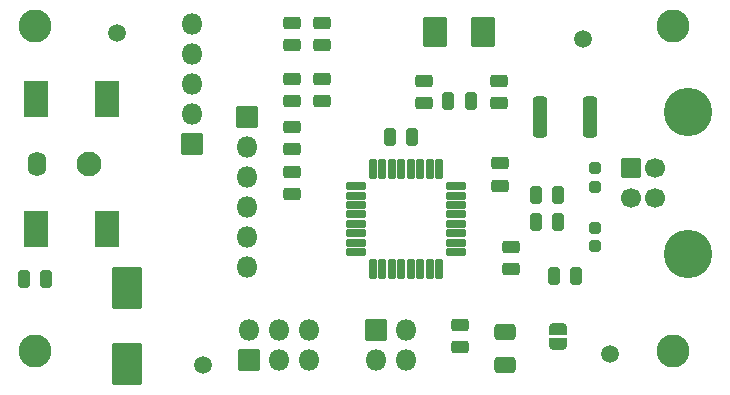
<source format=gbr>
%TF.GenerationSoftware,KiCad,Pcbnew,6.0.9+dfsg-1~bpo11+1*%
%TF.CreationDate,2022-12-04T00:02:59+00:00*%
%TF.ProjectId,t1,74312e6b-6963-4616-945f-706362585858,${git_hash}*%
%TF.SameCoordinates,Original*%
%TF.FileFunction,Soldermask,Top*%
%TF.FilePolarity,Negative*%
%FSLAX46Y46*%
G04 Gerber Fmt 4.6, Leading zero omitted, Abs format (unit mm)*
G04 Created by KiCad (PCBNEW 6.0.9+dfsg-1~bpo11+1) date 2022-12-04 00:02:59*
%MOMM*%
%LPD*%
G01*
G04 APERTURE LIST*
G04 Aperture macros list*
%AMRoundRect*
0 Rectangle with rounded corners*
0 $1 Rounding radius*
0 $2 $3 $4 $5 $6 $7 $8 $9 X,Y pos of 4 corners*
0 Add a 4 corners polygon primitive as box body*
4,1,4,$2,$3,$4,$5,$6,$7,$8,$9,$2,$3,0*
0 Add four circle primitives for the rounded corners*
1,1,$1+$1,$2,$3*
1,1,$1+$1,$4,$5*
1,1,$1+$1,$6,$7*
1,1,$1+$1,$8,$9*
0 Add four rect primitives between the rounded corners*
20,1,$1+$1,$2,$3,$4,$5,0*
20,1,$1+$1,$4,$5,$6,$7,0*
20,1,$1+$1,$6,$7,$8,$9,0*
20,1,$1+$1,$8,$9,$2,$3,0*%
%AMFreePoly0*
4,1,37,0.535355,0.785355,0.550000,0.750000,0.550000,-0.750000,0.535355,-0.785355,0.500000,-0.800000,0.000000,-0.800000,-0.012524,-0.794812,-0.080857,-0.793560,-0.094851,-0.791293,-0.230166,-0.749018,-0.242962,-0.742915,-0.360972,-0.664360,-0.371540,-0.654911,-0.462760,-0.546392,-0.470252,-0.534356,-0.527347,-0.404597,-0.531159,-0.390943,-0.548742,-0.256483,-0.547388,-0.256306,-0.550000,-0.250000,
-0.550000,0.250000,-0.549522,0.251153,-0.549368,0.263802,-0.527557,0.403879,-0.523412,0.417435,-0.463164,0.545760,-0.455381,0.557609,-0.361537,0.663867,-0.350741,0.673055,-0.230846,0.748703,-0.217905,0.754492,-0.081598,0.793449,-0.067552,0.795373,-0.011991,0.795033,0.000000,0.800000,0.500000,0.800000,0.535355,0.785355,0.535355,0.785355,$1*%
%AMFreePoly1*
4,1,37,0.012350,0.794884,0.074210,0.794507,0.088231,0.792412,0.224052,0.751793,0.236921,0.745846,0.355883,0.668739,0.366566,0.659420,0.459104,0.552023,0.466742,0.540080,0.525419,0.411028,0.529398,0.397421,0.549495,0.257088,0.550000,0.250000,0.550000,-0.250000,0.549996,-0.250610,0.549847,-0.262826,0.549158,-0.270511,0.525638,-0.410312,0.521328,-0.423818,0.459516,-0.551397,
0.451589,-0.563150,0.356454,-0.668254,0.345546,-0.677309,0.224736,-0.751486,0.211726,-0.757116,0.074953,-0.794405,0.060885,-0.796158,0.011462,-0.795252,0.000000,-0.800000,-0.500000,-0.800000,-0.535355,-0.785355,-0.550000,-0.750000,-0.550000,0.750000,-0.535355,0.785355,-0.500000,0.800000,0.000000,0.800000,0.012350,0.794884,0.012350,0.794884,$1*%
G04 Aperture macros list end*
%ADD10RoundRect,0.300000X-1.000000X1.500000X-1.000000X-1.500000X1.000000X-1.500000X1.000000X1.500000X0*%
%ADD11RoundRect,0.293750X-0.243750X-0.456250X0.243750X-0.456250X0.243750X0.456250X-0.243750X0.456250X0*%
%ADD12RoundRect,0.293750X-0.456250X0.243750X-0.456250X-0.243750X0.456250X-0.243750X0.456250X0.243750X0*%
%ADD13RoundRect,0.293750X0.456250X-0.243750X0.456250X0.243750X-0.456250X0.243750X-0.456250X-0.243750X0*%
%ADD14RoundRect,0.300000X0.625000X-0.375000X0.625000X0.375000X-0.625000X0.375000X-0.625000X-0.375000X0*%
%ADD15RoundRect,0.300000X-0.312500X-1.450000X0.312500X-1.450000X0.312500X1.450000X-0.312500X1.450000X0*%
%ADD16RoundRect,0.293750X0.243750X0.456250X-0.243750X0.456250X-0.243750X-0.456250X0.243750X-0.456250X0*%
%ADD17C,1.500000*%
%ADD18C,2.800000*%
%ADD19C,2.100000*%
%ADD20O,1.600000X2.100000*%
%ADD21RoundRect,0.050000X1.000000X-1.500000X1.000000X1.500000X-1.000000X1.500000X-1.000000X-1.500000X0*%
%ADD22RoundRect,0.050000X0.850000X0.850000X-0.850000X0.850000X-0.850000X-0.850000X0.850000X-0.850000X0*%
%ADD23O,1.800000X1.800000*%
%ADD24RoundRect,0.050000X-0.850000X-0.850000X0.850000X-0.850000X0.850000X0.850000X-0.850000X0.850000X0*%
%ADD25RoundRect,0.050000X0.850000X-0.850000X0.850000X0.850000X-0.850000X0.850000X-0.850000X-0.850000X0*%
%ADD26FreePoly0,270.000000*%
%ADD27FreePoly1,270.000000*%
%ADD28RoundRect,0.268750X-0.256250X0.218750X-0.256250X-0.218750X0.256250X-0.218750X0.256250X0.218750X0*%
%ADD29RoundRect,0.050000X0.950000X1.200000X-0.950000X1.200000X-0.950000X-1.200000X0.950000X-1.200000X0*%
%ADD30RoundRect,0.050000X0.800000X-0.800000X0.800000X0.800000X-0.800000X0.800000X-0.800000X-0.800000X0*%
%ADD31C,1.700000*%
%ADD32C,4.100000*%
%ADD33RoundRect,0.050000X-0.275000X0.800000X-0.275000X-0.800000X0.275000X-0.800000X0.275000X0.800000X0*%
%ADD34RoundRect,0.050000X-0.800000X-0.275000X0.800000X-0.275000X0.800000X0.275000X-0.800000X0.275000X0*%
%ADD35RoundRect,0.268750X0.256250X-0.218750X0.256250X0.218750X-0.256250X0.218750X-0.256250X-0.218750X0*%
G04 APERTURE END LIST*
D10*
%TO.C,C1*%
X130835400Y-91644400D03*
X130835400Y-98144400D03*
%TD*%
D11*
%TO.C,C2*%
X122062500Y-90900000D03*
X123937500Y-90900000D03*
%TD*%
D12*
%TO.C,C3*%
X162260000Y-74178500D03*
X162260000Y-76053500D03*
%TD*%
%TO.C,C4*%
X155910000Y-74178500D03*
X155910000Y-76053500D03*
%TD*%
%TO.C,C5*%
X163322000Y-88216500D03*
X163322000Y-90091500D03*
%TD*%
D11*
%TO.C,C7*%
X153037300Y-78867000D03*
X154912300Y-78867000D03*
%TD*%
D13*
%TO.C,C8*%
X144754600Y-79906100D03*
X144754600Y-78031100D03*
%TD*%
D14*
%TO.C,D1*%
X162814000Y-98174000D03*
X162814000Y-95374000D03*
%TD*%
D13*
%TO.C,D2*%
X147320000Y-75887500D03*
X147320000Y-74012500D03*
%TD*%
%TO.C,D3*%
X144780000Y-75887500D03*
X144780000Y-74012500D03*
%TD*%
D15*
%TO.C,F1*%
X165756500Y-77216000D03*
X170031500Y-77216000D03*
%TD*%
D16*
%TO.C,FB1*%
X168831500Y-90678000D03*
X166956500Y-90678000D03*
%TD*%
D17*
%TO.C,FID1*%
X169418000Y-70612000D03*
%TD*%
%TO.C,FID2*%
X171704000Y-97282000D03*
%TD*%
%TO.C,FID3*%
X129997200Y-70078600D03*
%TD*%
%TO.C,FID4*%
X137210800Y-98171000D03*
%TD*%
D18*
%TO.C,H1*%
X177000000Y-97000000D03*
%TD*%
%TO.C,H2*%
X123000000Y-97000000D03*
%TD*%
%TO.C,H3*%
X123000000Y-69500000D03*
%TD*%
%TO.C,H4*%
X177000000Y-69500000D03*
%TD*%
D19*
%TO.C,J1*%
X127600000Y-81200000D03*
D20*
X123200000Y-81200000D03*
D21*
X123100000Y-75700000D03*
X129100000Y-75700000D03*
X129100000Y-86700000D03*
X123100000Y-86700000D03*
%TD*%
D22*
%TO.C,J3*%
X136300000Y-79500000D03*
D23*
X136300000Y-76960000D03*
X136300000Y-74420000D03*
X136300000Y-71880000D03*
X136300000Y-69340000D03*
%TD*%
D24*
%TO.C,J4*%
X151892000Y-95250000D03*
D23*
X154432000Y-95250000D03*
X151892000Y-97790000D03*
X154432000Y-97790000D03*
%TD*%
D25*
%TO.C,J5*%
X141122400Y-97764600D03*
D23*
X141122400Y-95224600D03*
X143662400Y-97764600D03*
X143662400Y-95224600D03*
X146202400Y-97764600D03*
X146202400Y-95224600D03*
%TD*%
D24*
%TO.C,J6*%
X140970000Y-77216000D03*
D23*
X140970000Y-79756000D03*
X140970000Y-82296000D03*
X140970000Y-84836000D03*
X140970000Y-87376000D03*
X140970000Y-89916000D03*
%TD*%
D26*
%TO.C,JP1*%
X167259000Y-95133400D03*
D27*
X167259000Y-96433400D03*
%TD*%
D11*
%TO.C,R1*%
X165432500Y-86106000D03*
X167307500Y-86106000D03*
%TD*%
%TO.C,R2*%
X165432500Y-83820000D03*
X167307500Y-83820000D03*
%TD*%
D16*
%TO.C,R3*%
X159895500Y-75878000D03*
X158020500Y-75878000D03*
%TD*%
D13*
%TO.C,R4*%
X159004000Y-96695500D03*
X159004000Y-94820500D03*
%TD*%
D12*
%TO.C,R5*%
X144754600Y-81866500D03*
X144754600Y-83741500D03*
%TD*%
%TO.C,R6*%
X147320000Y-69237300D03*
X147320000Y-71112300D03*
%TD*%
%TO.C,R7*%
X144780000Y-69237300D03*
X144780000Y-71112300D03*
%TD*%
D28*
%TO.C,VR1*%
X170434000Y-86563000D03*
X170434000Y-88138000D03*
%TD*%
D29*
%TO.C,Y1*%
X160977800Y-70027800D03*
X156877800Y-70027800D03*
%TD*%
D30*
%TO.C,J2*%
X173482000Y-81534000D03*
D31*
X173482000Y-84034000D03*
X175482000Y-84034000D03*
X175482000Y-81534000D03*
D32*
X178342000Y-76784000D03*
X178342000Y-88784000D03*
%TD*%
D33*
%TO.C,U1*%
X157232000Y-81602000D03*
X156432000Y-81602000D03*
X155632000Y-81602000D03*
X154832000Y-81602000D03*
X154032000Y-81602000D03*
X153232000Y-81602000D03*
X152432000Y-81602000D03*
X151632000Y-81602000D03*
D34*
X150182000Y-83052000D03*
X150182000Y-83852000D03*
X150182000Y-84652000D03*
X150182000Y-85452000D03*
X150182000Y-86252000D03*
X150182000Y-87052000D03*
X150182000Y-87852000D03*
X150182000Y-88652000D03*
D33*
X151632000Y-90102000D03*
X152432000Y-90102000D03*
X153232000Y-90102000D03*
X154032000Y-90102000D03*
X154832000Y-90102000D03*
X155632000Y-90102000D03*
X156432000Y-90102000D03*
X157232000Y-90102000D03*
D34*
X158682000Y-88652000D03*
X158682000Y-87852000D03*
X158682000Y-87052000D03*
X158682000Y-86252000D03*
X158682000Y-85452000D03*
X158682000Y-84652000D03*
X158682000Y-83852000D03*
X158682000Y-83052000D03*
%TD*%
D35*
%TO.C,VR2*%
X170434000Y-83108900D03*
X170434000Y-81533900D03*
%TD*%
D13*
%TO.C,C6*%
X162382200Y-83004900D03*
X162382200Y-81129900D03*
%TD*%
M02*

</source>
